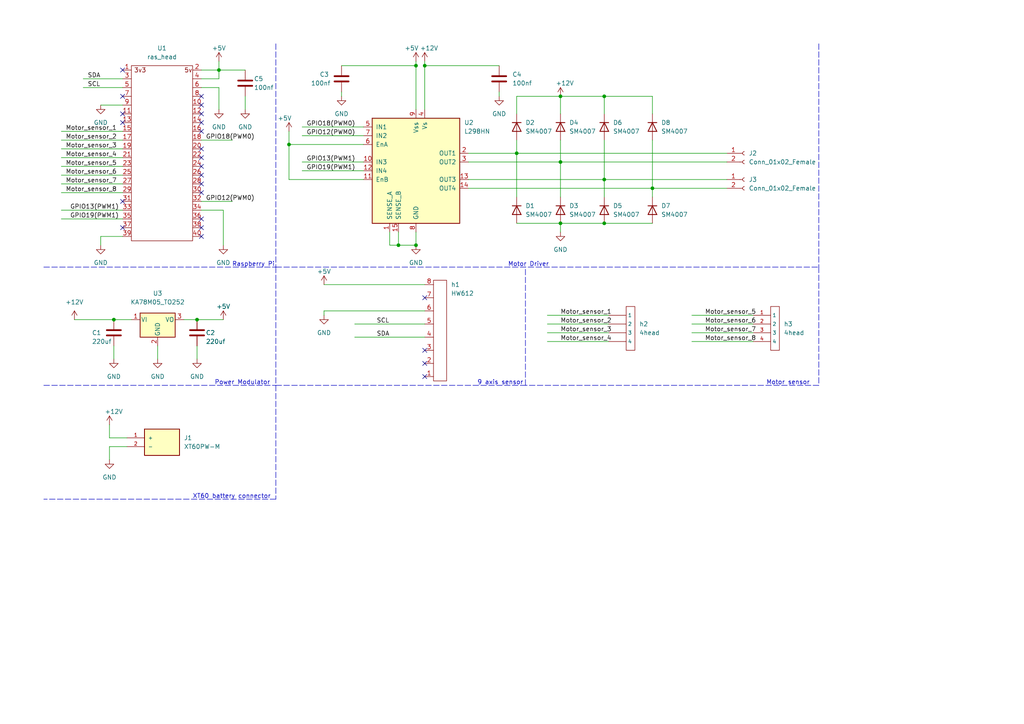
<source format=kicad_sch>
(kicad_sch (version 20211123) (generator eeschema)
  (paper "A4")
  (lib_symbols
    (symbol "4head_1"
      (property "Reference" "h3" (at 2.54 5.0801 0))
      (property "Value" "4head" (at 2.54 2.5401 0))
      (symbol "4head_1_0_0"
        (pin power_out line (at -6.35 7.62 0) (length 5.08) (name "1") (number "1"))
        (pin power_out line (at -6.35 5.08 0) (length 5.08) (name "2") (number "2"))
        (pin power_out line (at -6.35 2.54 0) (length 5.08) (name "3") (number "3"))
        (pin power_out line (at -6.35 0 0) (length 5.08) (name "4") (number "4"))
      )
      (symbol "4head_1_0_1"
        (rectangle (start -1.27 10.16) (end 1.27 -2.54))
      )
    )
    (symbol "Connector:Conn_01x02_Female" (pin_names (offset 1.016) hide)
      (property "Reference" "J" (at 0 2.54 0))
      (property "Value" "Conn_01x02_Female" (at 0 -5.08 0))
      (symbol "Conn_01x02_Female_1_1"
        (arc (start 0 -2.032) (mid -0.508 -2.54) (end 0 -3.048) (stroke (width 0.1524)))
        (polyline (pts (xy -1.27 -2.54) (xy -0.508 -2.54)) (stroke (width 0.1524)))
        (polyline (pts (xy -1.27 0) (xy -0.508 0)) (stroke (width 0.1524)))
        (arc (start 0 0.508) (mid -0.508 0) (end 0 -0.508) (stroke (width 0.1524)))
        (pin passive line (at -5.08 0 0) (length 3.81) (name "Pin_1") (number "1"))
        (pin passive line (at -5.08 -2.54 0) (length 3.81) (name "Pin_2") (number "2"))
      )
    )
    (symbol "Device:C" (pin_numbers hide) (pin_names (offset 0.254))
      (property "Reference" "C" (at 0.635 2.54 0))
      (property "Value" "C" (at 0.635 -2.54 0))
      (symbol "C_0_1"
        (polyline (pts (xy -2.032 -0.762) (xy 2.032 -0.762)) (stroke (width 0.508)))
        (polyline (pts (xy -2.032 0.762) (xy 2.032 0.762)) (stroke (width 0.508)))
      )
      (symbol "C_1_1"
        (pin passive line (at 0 3.81 270) (length 2.794) (name "~") (number "1"))
        (pin passive line (at 0 -3.81 90) (length 2.794) (name "~") (number "2"))
      )
    )
    (symbol "Diode:SM4007" (pin_numbers hide) (pin_names (offset 1.016) hide)
      (property "Reference" "D" (at 0 2.54 0))
      (property "Value" "SM4007" (at 0 -2.54 0))
      (symbol "SM4007_0_1"
        (polyline (pts (xy -1.27 1.27) (xy -1.27 -1.27)) (stroke (width 0.254)))
        (polyline (pts (xy 1.27 0) (xy -1.27 0)))
        (polyline (pts (xy 1.27 1.27) (xy 1.27 -1.27) (xy -1.27 0) (xy 1.27 1.27)) (stroke (width 0.254)))
      )
      (symbol "SM4007_1_1"
        (pin passive line (at -3.81 0 0) (length 2.54) (name "K") (number "1"))
        (pin passive line (at 3.81 0 180) (length 2.54) (name "A") (number "2"))
      )
    )
    (symbol "Driver_Motor:L298HN" (pin_names (offset 1.016))
      (property "Reference" "U" (at -10.16 16.51 0))
      (property "Value" "L298HN" (at 12.7 16.51 0))
      (symbol "L298HN_0_1"
        (rectangle (start -12.7 15.24) (end 12.7 -15.24) (stroke (width 0.254)) (fill (type background)))
      )
      (symbol "L298HN_1_1"
        (pin power_in line (at -7.62 -17.78 90) (length 2.54) (name "SENSE_A") (number "1"))
        (pin input line (at -15.24 2.54 0) (length 2.54) (name "IN3") (number "10"))
        (pin input line (at -15.24 -2.54 0) (length 2.54) (name "EnB") (number "11"))
        (pin input line (at -15.24 0 0) (length 2.54) (name "IN4") (number "12"))
        (pin output line (at 15.24 -2.54 180) (length 2.54) (name "OUT3") (number "13"))
        (pin output line (at 15.24 -5.08 180) (length 2.54) (name "OUT4") (number "14"))
        (pin power_in line (at -5.08 -17.78 90) (length 2.54) (name "SENSE_B") (number "15"))
        (pin output line (at 15.24 5.08 180) (length 2.54) (name "OUT1") (number "2"))
        (pin output line (at 15.24 2.54 180) (length 2.54) (name "OUT2") (number "3"))
        (pin power_in line (at 2.54 17.78 270) (length 2.54) (name "Vs") (number "4"))
        (pin input line (at -15.24 12.7 0) (length 2.54) (name "IN1") (number "5"))
        (pin input line (at -15.24 7.62 0) (length 2.54) (name "EnA") (number "6"))
        (pin input line (at -15.24 10.16 0) (length 2.54) (name "IN2") (number "7"))
        (pin power_in line (at 0 -17.78 90) (length 2.54) (name "GND") (number "8"))
        (pin power_in line (at 0 17.78 270) (length 2.54) (name "Vss") (number "9"))
      )
    )
    (symbol "Regulator_Linear:KA78M05_TO252" (pin_names (offset 0.254))
      (property "Reference" "U" (at -3.81 3.175 0))
      (property "Value" "KA78M05_TO252" (at 0 3.175 0))
      (symbol "KA78M05_TO252_0_1"
        (rectangle (start -5.08 1.905) (end 5.08 -5.08) (stroke (width 0.254)) (fill (type background)))
      )
      (symbol "KA78M05_TO252_1_1"
        (pin power_in line (at -7.62 0 0) (length 2.54) (name "VI") (number "1"))
        (pin power_in line (at 0 -7.62 90) (length 2.54) (name "GND") (number "2"))
        (pin power_out line (at 7.62 0 180) (length 2.54) (name "VO") (number "3"))
      )
    )
    (symbol "XT60PW-M:XT60PW-M" (pin_names (offset 1.016))
      (property "Reference" "J1" (at 6.35 2.5401 0))
      (property "Value" "XT60PW-M" (at 6.35 0.0001 0))
      (symbol "XT60PW-M_0_0"
        (rectangle (start -5.08 -2.54) (end 5.08 5.08) (stroke (width 0.254)) (fill (type background)))
        (pin power_out line (at -10.16 2.54 0) (length 5.08) (name "+") (number "1"))
        (pin power_out line (at -10.16 0 0) (length 5.08) (name "-") (number "2"))
      )
    )
    (symbol "car:4head"
      (property "Reference" "U" (at 2.54 -3.81 0))
      (property "Value" "4head" (at -1.27 -3.81 0))
      (symbol "4head_0_0"
        (pin power_out line (at -6.35 7.62 0) (length 5.08) (name "1") (number ""))
        (pin power_out line (at -6.35 5.08 0) (length 5.08) (name "2") (number ""))
        (pin power_out line (at -6.35 2.54 0) (length 5.08) (name "3") (number ""))
        (pin power_out line (at -6.35 0 0) (length 5.08) (name "4") (number ""))
      )
      (symbol "4head_0_1"
        (rectangle (start -1.27 10.16) (end 1.27 -2.54))
      )
    )
    (symbol "car:car_head_10"
      (property "Reference" "h" (at 1.27 -7.62 0))
      (property "Value" "car_head_10" (at 8.89 -7.62 0))
      (symbol "car_head_10_0_1"
        (rectangle (start 3.81 22.86) (end 7.62 -6.35))
      )
      (symbol "car_head_10_1_1"
        (pin input line (at 1.27 -5.08 0) (length 2.54) (name "") (number "1"))
        (pin input line (at 1.27 -1.27 0) (length 2.54) (name "") (number "2"))
        (pin input line (at 1.27 2.54 0) (length 2.54) (name "") (number "3"))
        (pin input line (at 1.27 6.35 0) (length 2.54) (name "") (number "4"))
        (pin input line (at 1.27 10.16 0) (length 2.54) (name "") (number "5"))
        (pin input line (at 1.27 13.97 0) (length 2.54) (name "") (number "6"))
        (pin input line (at 1.27 17.78 0) (length 2.54) (name "") (number "7"))
        (pin input line (at 1.27 21.59 0) (length 2.54) (name "") (number "8"))
      )
    )
    (symbol "car:ras_head"
      (property "Reference" "U" (at 0 -25.4 0))
      (property "Value" "ras_head" (at 0 0 90))
      (symbol "ras_head_0_0"
        (text "" (at -11.43 0 0) (effects (font (size 1.27 1.27))))
        (text "" (at -11.43 25.4 0) (effects (font (size 1.27 1.27))))
        (text "" (at 13.97 0 0) (effects (font (size 1.27 1.27))))
        (text "" (at 13.97 25.4 0) (effects (font (size 1.27 1.27))))
        (text "3v3" (at -5.08 25.4 0) (effects (font (size 1.27 1.27))))
        (text "5v" (at 8.89 25.4 0) (effects (font (size 1.27 1.27))))
      )
      (symbol "ras_head_0_1"
        (rectangle (start -7.62 26.67) (end 10.16 -24.13))
      )
      (symbol "ras_head_1_1"
        (pin bidirectional line (at -10.16 25.4 0) (length 2.54) (name "") (number "1"))
        (pin bidirectional line (at 12.7 15.24 180) (length 2.54) (name "") (number "10"))
        (pin bidirectional line (at -10.16 12.7 0) (length 2.54) (name "") (number "11"))
        (pin bidirectional line (at 12.7 12.7 180) (length 2.54) (name "") (number "12"))
        (pin bidirectional line (at -10.16 10.16 0) (length 2.54) (name "") (number "13"))
        (pin bidirectional line (at 12.7 10.16 180) (length 2.54) (name "") (number "14"))
        (pin bidirectional line (at -10.16 7.62 0) (length 2.54) (name "") (number "15"))
        (pin bidirectional line (at 12.7 7.62 180) (length 2.54) (name "") (number "16"))
        (pin bidirectional line (at -10.16 5.08 0) (length 2.54) (name "") (number "17"))
        (pin bidirectional line (at 12.7 5.08 180) (length 2.54) (name "") (number "18"))
        (pin bidirectional line (at -10.16 2.54 0) (length 2.54) (name "") (number "19"))
        (pin bidirectional line (at 12.7 25.4 180) (length 2.54) (name "") (number "2"))
        (pin bidirectional line (at 12.7 2.54 180) (length 2.54) (name "") (number "20"))
        (pin bidirectional line (at -10.16 0 0) (length 2.54) (name "") (number "21"))
        (pin bidirectional line (at 12.7 0 180) (length 2.54) (name "") (number "22"))
        (pin bidirectional line (at -10.16 -2.54 0) (length 2.54) (name "") (number "23"))
        (pin bidirectional line (at 12.7 -2.54 180) (length 2.54) (name "") (number "24"))
        (pin bidirectional line (at -10.16 -5.08 0) (length 2.54) (name "") (number "25"))
        (pin bidirectional line (at 12.7 -5.08 180) (length 2.54) (name "") (number "26"))
        (pin bidirectional line (at -10.16 -7.62 0) (length 2.54) (name "") (number "27"))
        (pin bidirectional line (at 12.7 -7.62 180) (length 2.54) (name "") (number "28"))
        (pin bidirectional line (at -10.16 -10.16 0) (length 2.54) (name "") (number "29"))
        (pin bidirectional line (at -10.16 22.86 0) (length 2.54) (name "") (number "3"))
        (pin bidirectional line (at 12.7 -10.16 180) (length 2.54) (name "") (number "30"))
        (pin bidirectional line (at -10.16 -12.7 0) (length 2.54) (name "") (number "31"))
        (pin bidirectional line (at 12.7 -12.7 180) (length 2.54) (name "") (number "32"))
        (pin bidirectional line (at -10.16 -15.24 0) (length 2.54) (name "") (number "33"))
        (pin bidirectional line (at 12.7 -15.24 180) (length 2.54) (name "") (number "34"))
        (pin bidirectional line (at -10.16 -17.78 0) (length 2.54) (name "") (number "35"))
        (pin bidirectional line (at 12.7 -17.78 180) (length 2.54) (name "") (number "36"))
        (pin bidirectional line (at -10.16 -20.32 0) (length 2.54) (name "") (number "37"))
        (pin bidirectional line (at 12.7 -20.32 180) (length 2.54) (name "") (number "38"))
        (pin bidirectional line (at -10.16 -22.86 0) (length 2.54) (name "") (number "39"))
        (pin bidirectional line (at 12.7 22.86 180) (length 2.54) (name "") (number "4"))
        (pin bidirectional line (at 12.7 -22.86 180) (length 2.54) (name "") (number "40"))
        (pin bidirectional line (at -10.16 20.32 0) (length 2.54) (name "") (number "5"))
        (pin bidirectional line (at 12.7 20.32 180) (length 2.54) (name "") (number "6"))
        (pin bidirectional line (at -10.16 17.78 0) (length 2.54) (name "") (number "7"))
        (pin bidirectional line (at 12.7 17.78 180) (length 2.54) (name "") (number "8"))
        (pin bidirectional line (at -10.16 15.24 0) (length 2.54) (name "") (number "9"))
      )
    )
    (symbol "power:+12V" (power) (pin_names (offset 0))
      (property "Value" "+12V" (at 0 3.556 0))
      (symbol "+12V_0_1"
        (polyline (pts (xy -0.762 1.27) (xy 0 2.54)))
        (polyline (pts (xy 0 0) (xy 0 2.54)))
        (polyline (pts (xy 0 2.54) (xy 0.762 1.27)))
      )
      (symbol "+12V_1_1"
        (pin power_in line (at 0 0 90) (length 0) hide (name "+12V") (number "1"))
      )
    )
    (symbol "power:+5V" (power) (pin_names (offset 0))
      (property "Value" "+5V" (at 0 3.556 0))
      (symbol "+5V_0_1"
        (polyline (pts (xy -0.762 1.27) (xy 0 2.54)))
        (polyline (pts (xy 0 0) (xy 0 2.54)))
        (polyline (pts (xy 0 2.54) (xy 0.762 1.27)))
      )
      (symbol "+5V_1_1"
        (pin power_in line (at 0 0 90) (length 0) hide (name "+5V") (number "1"))
      )
    )
    (symbol "power:GND" (power) (pin_names (offset 0))
      (property "Value" "GND" (at 0 -3.81 0))
      (symbol "GND_0_1"
        (polyline (pts (xy 0 0) (xy 0 -1.27) (xy 1.27 -1.27) (xy 0 -2.54) (xy -1.27 -1.27) (xy 0 -1.27)))
      )
      (symbol "GND_1_1"
        (pin power_in line (at 0 0 270) (length 0) hide (name "GND") (number "1"))
      )
    )
  )
  (junction (at 149.86 44.45))
  (junction (at 115.57 71.12))
  (junction (at 123.19 19.05))
  (junction (at 57.15 92.71))
  (junction (at 83.82 41.91))
  (junction (at 189.23 54.61))
  (junction (at 162.56 46.99))
  (junction (at 120.65 71.12))
  (junction (at 162.56 27.94))
  (junction (at 162.56 64.77))
  (junction (at 33.02 92.71))
  (junction (at 120.65 19.05))
  (junction (at 175.26 64.77))
  (junction (at 175.26 27.94))
  (junction (at 63.5 20.32))
  (junction (at 175.26 52.07))
  (no_connect (at 35.56 35.56))
  (no_connect (at 58.42 50.8))
  (no_connect (at 58.42 43.18))
  (no_connect (at 58.42 45.72))
  (no_connect (at 58.42 53.34))
  (no_connect (at 58.42 63.5))
  (no_connect (at 35.56 33.02))
  (no_connect (at 58.42 55.88))
  (no_connect (at 58.42 66.04))
  (no_connect (at 58.42 68.58))
  (no_connect (at 35.56 27.94))
  (no_connect (at 35.56 20.32))
  (no_connect (at 58.42 27.94))
  (no_connect (at 58.42 30.48))
  (no_connect (at 58.42 33.02))
  (no_connect (at 58.42 35.56))
  (no_connect (at 35.56 58.42))
  (no_connect (at 35.56 66.04))
  (no_connect (at 123.19 86.36))
  (no_connect (at 123.19 105.41))
  (no_connect (at 123.19 109.22))
  (no_connect (at 123.19 101.6))
  (no_connect (at 58.42 38.1))
  (no_connect (at 58.42 48.26))
  (wire (pts (xy 144.78 26.67) (xy 144.78 27.94)))
  (wire (pts (xy 162.56 33.02) (xy 162.56 27.94)))
  (wire (pts (xy 64.77 60.96) (xy 58.42 60.96)))
  (wire (pts (xy 58.42 58.42) (xy 67.31 58.42)))
  (wire (pts (xy 45.72 104.14) (xy 45.72 100.33)))
  (wire (pts (xy 29.21 30.48) (xy 35.56 30.48)))
  (wire (pts (xy 162.56 64.77) (xy 162.56 67.31)))
  (wire (pts (xy 115.57 71.12) (xy 120.65 71.12)))
  (wire (pts (xy 189.23 40.64) (xy 189.23 54.61)))
  (wire (pts (xy 99.06 26.67) (xy 99.06 27.94)))
  (wire (pts (xy 87.63 46.99) (xy 105.41 46.99)))
  (wire (pts (xy 24.13 22.86) (xy 35.56 22.86)))
  (wire (pts (xy 149.86 44.45) (xy 210.82 44.45)))
  (polyline (pts (xy 12.7 111.76) (xy 80.01 111.76)))
  (wire (pts (xy 87.63 36.83) (xy 105.41 36.83)))
  (wire (pts (xy 200.66 99.06) (xy 218.44 99.06)))
  (wire (pts (xy 200.66 93.98) (xy 218.44 93.98)))
  (wire (pts (xy 17.78 43.18) (xy 35.56 43.18)))
  (polyline (pts (xy 80.01 77.47) (xy 80.01 111.76)))
  (wire (pts (xy 83.82 41.91) (xy 83.82 38.1)))
  (wire (pts (xy 175.26 52.07) (xy 210.82 52.07)))
  (wire (pts (xy 31.75 127) (xy 31.75 123.19)))
  (wire (pts (xy 21.59 92.71) (xy 33.02 92.71)))
  (wire (pts (xy 149.86 57.15) (xy 149.86 44.45)))
  (wire (pts (xy 71.12 20.32) (xy 63.5 20.32)))
  (wire (pts (xy 93.98 90.17) (xy 93.98 91.44)))
  (wire (pts (xy 149.86 27.94) (xy 162.56 27.94)))
  (wire (pts (xy 63.5 17.78) (xy 63.5 20.32)))
  (wire (pts (xy 33.02 104.14) (xy 33.02 100.33)))
  (wire (pts (xy 17.78 40.64) (xy 35.56 40.64)))
  (wire (pts (xy 29.21 71.12) (xy 29.21 68.58)))
  (wire (pts (xy 17.78 38.1) (xy 35.56 38.1)))
  (wire (pts (xy 149.86 44.45) (xy 135.89 44.45)))
  (polyline (pts (xy 237.49 77.47) (xy 237.49 111.76)))
  (wire (pts (xy 17.78 55.88) (xy 35.56 55.88)))
  (wire (pts (xy 17.78 48.26) (xy 35.56 48.26)))
  (wire (pts (xy 149.86 33.02) (xy 149.86 27.94)))
  (wire (pts (xy 71.12 27.94) (xy 71.12 31.75)))
  (polyline (pts (xy 80.01 77.47) (xy 237.49 77.47)))
  (wire (pts (xy 57.15 92.71) (xy 64.77 92.71)))
  (wire (pts (xy 24.13 25.4) (xy 35.56 25.4)))
  (wire (pts (xy 33.02 92.71) (xy 38.1 92.71)))
  (wire (pts (xy 189.23 57.15) (xy 189.23 54.61)))
  (wire (pts (xy 113.03 71.12) (xy 115.57 71.12)))
  (wire (pts (xy 102.87 93.98) (xy 123.19 93.98)))
  (wire (pts (xy 58.42 22.86) (xy 63.5 22.86)))
  (wire (pts (xy 162.56 46.99) (xy 210.82 46.99)))
  (wire (pts (xy 189.23 33.02) (xy 189.23 27.94)))
  (wire (pts (xy 83.82 52.07) (xy 105.41 52.07)))
  (wire (pts (xy 149.86 40.64) (xy 149.86 44.45)))
  (wire (pts (xy 158.75 93.98) (xy 176.53 93.98)))
  (wire (pts (xy 120.65 71.12) (xy 120.65 67.31)))
  (polyline (pts (xy 80.01 12.7) (xy 80.01 77.47)))
  (wire (pts (xy 63.5 25.4) (xy 63.5 31.75)))
  (wire (pts (xy 120.65 17.78) (xy 120.65 19.05)))
  (wire (pts (xy 158.75 96.52) (xy 176.53 96.52)))
  (wire (pts (xy 123.19 90.17) (xy 93.98 90.17)))
  (wire (pts (xy 162.56 46.99) (xy 135.89 46.99)))
  (wire (pts (xy 31.75 129.54) (xy 31.75 133.35)))
  (wire (pts (xy 123.19 17.78) (xy 123.19 19.05)))
  (wire (pts (xy 200.66 91.44) (xy 218.44 91.44)))
  (polyline (pts (xy 237.49 111.76) (xy 152.4 111.76)))
  (wire (pts (xy 102.87 97.79) (xy 123.19 97.79)))
  (wire (pts (xy 175.26 33.02) (xy 175.26 27.94)))
  (wire (pts (xy 93.98 82.55) (xy 123.19 82.55)))
  (wire (pts (xy 175.26 64.77) (xy 162.56 64.77)))
  (wire (pts (xy 162.56 40.64) (xy 162.56 46.99)))
  (wire (pts (xy 63.5 22.86) (xy 63.5 20.32)))
  (wire (pts (xy 57.15 104.14) (xy 57.15 100.33)))
  (wire (pts (xy 158.75 99.06) (xy 176.53 99.06)))
  (wire (pts (xy 83.82 52.07) (xy 83.82 41.91)))
  (wire (pts (xy 58.42 25.4) (xy 63.5 25.4)))
  (wire (pts (xy 58.42 20.32) (xy 63.5 20.32)))
  (wire (pts (xy 115.57 67.31) (xy 115.57 71.12)))
  (polyline (pts (xy 80.01 111.76) (xy 80.01 144.78)))
  (wire (pts (xy 113.03 67.31) (xy 113.03 71.12)))
  (wire (pts (xy 175.26 27.94) (xy 162.56 27.94)))
  (wire (pts (xy 58.42 40.64) (xy 67.31 40.64)))
  (polyline (pts (xy 237.49 12.7) (xy 237.49 77.47)))
  (wire (pts (xy 175.26 64.77) (xy 189.23 64.77)))
  (wire (pts (xy 135.89 52.07) (xy 175.26 52.07)))
  (wire (pts (xy 162.56 57.15) (xy 162.56 46.99)))
  (wire (pts (xy 17.78 60.96) (xy 35.56 60.96)))
  (wire (pts (xy 87.63 39.37) (xy 105.41 39.37)))
  (wire (pts (xy 123.19 31.75) (xy 123.19 19.05)))
  (wire (pts (xy 36.83 127) (xy 31.75 127)))
  (wire (pts (xy 87.63 49.53) (xy 105.41 49.53)))
  (wire (pts (xy 17.78 45.72) (xy 35.56 45.72)))
  (polyline (pts (xy 12.7 77.47) (xy 80.01 77.47)))
  (wire (pts (xy 189.23 54.61) (xy 210.82 54.61)))
  (wire (pts (xy 99.06 19.05) (xy 120.65 19.05)))
  (wire (pts (xy 17.78 63.5) (xy 35.56 63.5)))
  (wire (pts (xy 189.23 27.94) (xy 175.26 27.94)))
  (wire (pts (xy 135.89 54.61) (xy 189.23 54.61)))
  (wire (pts (xy 120.65 19.05) (xy 120.65 31.75)))
  (polyline (pts (xy 80.01 111.76) (xy 152.4 111.76)))
  (wire (pts (xy 175.26 40.64) (xy 175.26 52.07)))
  (wire (pts (xy 36.83 129.54) (xy 31.75 129.54)))
  (wire (pts (xy 149.86 64.77) (xy 162.56 64.77)))
  (wire (pts (xy 83.82 41.91) (xy 105.41 41.91)))
  (polyline (pts (xy 80.01 144.78) (xy 12.7 144.78)))
  (wire (pts (xy 64.77 71.12) (xy 64.77 60.96)))
  (wire (pts (xy 17.78 50.8) (xy 35.56 50.8)))
  (wire (pts (xy 175.26 57.15) (xy 175.26 52.07)))
  (wire (pts (xy 158.75 91.44) (xy 176.53 91.44)))
  (wire (pts (xy 29.21 68.58) (xy 35.56 68.58)))
  (wire (pts (xy 200.66 96.52) (xy 218.44 96.52)))
  (wire (pts (xy 144.78 19.05) (xy 123.19 19.05)))
  (polyline (pts (xy 152.4 111.76) (xy 152.4 77.47)))
  (wire (pts (xy 17.78 53.34) (xy 35.56 53.34)))
  (wire (pts (xy 53.34 92.71) (xy 57.15 92.71)))
  (text "Motor Driver\n" (at 147.32 77.47 0) (effects (font (size 1.27 1.27)) (justify left bottom)))
  (text "Power Modulator\n" (at 62.23 111.76 0) (effects (font (size 1.27 1.27)) (justify left bottom)))
  (text "9 axis sensor" (at 138.43 111.76 0) (effects (font (size 1.27 1.27)) (justify left bottom)))
  (text "Raspberry Pi\n" (at 67.31 77.47 0) (effects (font (size 1.27 1.27)) (justify left bottom)))
  (text "XT60 battery connector" (at 55.88 144.78 0) (effects (font (size 1.27 1.27)) (justify left bottom)))
  (text "Motor sensor" (at 222.25 111.76 0) (effects (font (size 1.27 1.27)) (justify left bottom)))
  (label "Motor_sensor_6" (at 204.47 93.98 0))
  (label "Motor_sensor_2" (at 162.56 93.98 0))
  (label "GPIO18(PWM0)" (at 88.9 36.83 0))
  (label "Motor_sensor_8" (at 19.05 55.88 0))
  (label "Motor_sensor_6" (at 19.05 50.8 0))
  (label "Motor_sensor_8" (at 204.47 99.06 0))
  (label "Motor_sensor_7" (at 19.05 53.34 0))
  (label "Motor_sensor_5" (at 19.05 48.26 0))
  (label "Motor_sensor_7" (at 204.47 96.52 0))
  (label "SDA" (at 109.22 97.79 0))
  (label "Motor_sensor_5" (at 204.47 91.44 0))
  (label "Motor_sensor_4" (at 162.56 99.06 0))
  (label "Motor_sensor_3" (at 19.05 43.18 0))
  (label "Motor_sensor_2" (at 19.05 40.64 0))
  (label "GPIO18(PWM0)" (at 59.69 40.64 0))
  (label "GPIO19(PWM1)" (at 88.9 49.53 0))
  (label "Motor_sensor_3" (at 162.56 96.52 0))
  (label "GPIO19(PWM1)" (at 20.32 63.5 0))
  (label "GPIO13(PWM1)" (at 20.32 60.96 0))
  (label "GPIO12(PWM0)" (at 59.69 58.42 0))
  (label "Motor_sensor_1" (at 162.56 91.44 0))
  (label "Motor_sensor_4" (at 19.05 45.72 0))
  (label "GPIO12(PWM0)" (at 88.9 39.37 0))
  (label "SDA" (at 25.4 22.86 0))
  (label "SCL" (at 109.22 93.98 0))
  (label "GPIO13(PWM1)" (at 88.9 46.99 0))
  (label "Motor_sensor_1" (at 19.05 38.1 0))
  (label "SCL" (at 25.4 25.4 0))
  (symbol (lib_id "Driver_Motor:L298HN") (at 120.65 49.53 0) (unit 1)
    (property "Reference" "U2" (at 134.62 35.56 0) (effects (justify left)))
    (property "Value" "L298HN" (at 134.62 38.1 0) (effects (justify left)))
    (property "Footprint" "Package_TO_SOT_THT:TO-220-15_P2.54x2.54mm_StaggerOdd_Lead4.58mm_Vertical" (effects hide))
    (property "Datasheet" "http://www.st.com/st-web-ui/static/active/en/resource/technical/document/datasheet/CD00000240.pdf" (effects hide))
  )
  (symbol (lib_id "Diode:SM4007") (at 175.26 60.96 270) (unit 1)
    (property "Reference" "D5" (at 177.8 59.6899 90) (effects (justify left)))
    (property "Value" "SM4007" (at 177.8 62.2299 90) (effects (justify left)))
    (property "Footprint" "Diode_SMD:D_SMA" (effects hide))
    (property "Datasheet" "http://cdn-reichelt.de/documents/datenblatt/A400/SMD1N400%23DIO.pdf" (effects hide))
  )
  (symbol (lib_id "Diode:SM4007") (at 149.86 36.83 270) (unit 1)
    (property "Reference" "D2" (at 152.4 35.5599 90) (effects (justify left)))
    (property "Value" "SM4007" (at 152.4 38.0999 90) (effects (justify left)))
    (property "Footprint" "Diode_SMD:D_SMA" (effects hide))
    (property "Datasheet" "http://cdn-reichelt.de/documents/datenblatt/A400/SMD1N400%23DIO.pdf" (effects hide))
  )
  (symbol (lib_id "car:4head") (at 182.88 99.06 0) (unit 1)
    (property "Reference" "h2" (at 185.42 93.9799 0) (effects (justify left)))
    (property "Value" "4head" (at 185.42 96.5199 0) (effects (justify left)))
    (property "Footprint" "car:4head" (effects hide))
  )
  (symbol (lib_id "power:+5V") (at 64.77 92.71 0) (unit 1)
    (property "Reference" "#PWR0113" (effects hide))
    (property "Value" "+5V" (at 64.77 88.9 0))
  )
  (symbol (lib_id "Diode:SM4007") (at 149.86 60.96 270) (unit 1)
    (property "Reference" "D1" (at 152.4 59.6899 90) (effects (justify left)))
    (property "Value" "SM4007" (at 152.4 62.2299 90) (effects (justify left)))
    (property "Footprint" "Diode_SMD:D_SMA" (effects hide))
    (property "Datasheet" "http://cdn-reichelt.de/documents/datenblatt/A400/SMD1N400%23DIO.pdf" (effects hide))
  )
  (symbol (lib_id "power:GND") (at 64.77 71.12 0) (unit 1)
    (property "Reference" "#PWR0122" (effects hide))
    (property "Value" "GND" (at 64.77 76.2 0))
  )
  (symbol (lib_id "power:+5V") (at 120.65 17.78 0) (unit 1)
    (property "Reference" "#PWR0117" (effects hide))
    (property "Value" "+5V" (at 119.38 13.97 0))
  )
  (symbol (lib_id "Diode:SM4007") (at 175.26 36.83 270) (unit 1)
    (property "Reference" "D6" (at 177.8 35.5599 90) (effects (justify left)))
    (property "Value" "SM4007" (at 177.8 38.0999 90) (effects (justify left)))
    (property "Footprint" "Diode_SMD:D_SMA" (effects hide))
    (property "Datasheet" "http://cdn-reichelt.de/documents/datenblatt/A400/SMD1N400%23DIO.pdf" (effects hide))
  )
  (symbol (lib_id "Device:C") (at 99.06 22.86 0) (unit 1)
    (property "Reference" "C3" (at 92.71 21.59 0) (effects (justify left)))
    (property "Value" "100nf" (at 90.17 24.13 0) (effects (justify left)))
    (property "Footprint" "Capacitor_SMD:C_0805_2012Metric" (effects hide))
  )
  (symbol (lib_id "Device:C") (at 33.02 96.52 0) (unit 1)
    (property "Reference" "C1" (at 26.67 96.52 0) (effects (justify left)))
    (property "Value" "220uf" (at 26.67 99.06 0) (effects (justify left)))
    (property "Footprint" "Capacitor_THT:CP_Radial_D8.0mm_P3.80mm" (effects hide))
  )
  (symbol (lib_id "XT60PW-M:XT60PW-M") (at 46.99 129.54 0) (unit 1)
    (property "Reference" "J1" (at 53.34 126.9999 0) (effects (justify left)))
    (property "Value" "XT60PW-M" (at 53.34 129.5399 0) (effects (justify left)))
    (property "Footprint" "Connector_AMASS:AMASS_XT60-M_1x02_P7.20mm_Vertical" (effects hide))
    (property "MAXIMUM_PACKAGE_HEIGHT" "8.4 mm" (effects hide))
    (property "STANDARD" "Manufacturer recommendations" (effects hide))
    (property "PARTREV" "V1.2" (effects hide))
    (property "MANUFACTURER" "AMASS" (effects hide))
  )
  (symbol (lib_id "car:car_head_10") (at 121.92 104.14 0) (unit 1)
    (property "Reference" "h1" (at 130.81 82.55 0) (effects (justify left)))
    (property "Value" "HW612" (at 130.81 85.09 0) (effects (justify left)))
    (property "Footprint" "car:car_head" (effects hide))
  )
  (symbol (lib_id "Regulator_Linear:KA78M05_TO252") (at 45.72 92.71 0) (unit 1)
    (property "Reference" "U3" (at 45.72 85.09 0))
    (property "Value" "KA78M05_TO252" (at 45.72 87.63 0))
    (property "Footprint" "Package_TO_SOT_SMD:TO-252-2" (effects hide))
    (property "Datasheet" "https://www.onsemi.com/pub/Collateral/MC78M00-D.PDF" (effects hide))
  )
  (symbol (lib_id "power:GND") (at 33.02 104.14 0) (unit 1)
    (property "Reference" "#PWR0111" (effects hide))
    (property "Value" "GND" (at 33.02 109.22 0))
  )
  (symbol (lib_id "power:+12V") (at 123.19 17.78 0) (unit 1)
    (property "Reference" "#PWR0107" (effects hide))
    (property "Value" "+12V" (at 124.46 13.97 0))
  )
  (symbol (lib_id "power:GND") (at 57.15 104.14 0) (unit 1)
    (property "Reference" "#PWR0110" (effects hide))
    (property "Value" "GND" (at 57.15 109.22 0))
  )
  (symbol (lib_id "Device:C") (at 71.12 24.13 0) (unit 1)
    (property "Reference" "C5" (at 73.66 22.86 0) (effects (justify left)))
    (property "Value" "100nf" (at 73.66 25.4 0) (effects (justify left)))
    (property "Footprint" "Capacitor_SMD:C_0805_2012Metric" (effects hide))
  )
  (symbol (lib_id "Diode:SM4007") (at 189.23 60.96 270) (unit 1)
    (property "Reference" "D7" (at 191.77 59.6899 90) (effects (justify left)))
    (property "Value" "SM4007" (at 191.77 62.2299 90) (effects (justify left)))
    (property "Footprint" "Diode_SMD:D_SMA" (effects hide))
    (property "Datasheet" "http://cdn-reichelt.de/documents/datenblatt/A400/SMD1N400%23DIO.pdf" (effects hide))
  )
  (symbol (lib_id "power:GND") (at 120.65 71.12 0) (unit 1)
    (property "Reference" "#PWR0102" (effects hide))
    (property "Value" "GND" (at 120.65 76.2 0))
  )
  (symbol (lib_id "Device:C") (at 57.15 96.52 0) (unit 1)
    (property "Reference" "C2" (at 59.69 96.52 0) (effects (justify left)))
    (property "Value" "220uf" (at 59.69 99.06 0) (effects (justify left)))
    (property "Footprint" "Capacitor_THT:CP_Radial_D8.0mm_P3.80mm" (effects hide))
  )
  (symbol (lib_id "car:ras_head") (at 45.72 45.72 0) (unit 1)
    (property "Reference" "U1" (at 46.99 13.97 0))
    (property "Value" "ras_head" (at 46.99 16.51 0))
    (property "Footprint" "car:ras_head" (effects hide))
  )
  (symbol (lib_id "power:GND") (at 99.06 27.94 0) (unit 1)
    (property "Reference" "#PWR0118" (effects hide))
    (property "Value" "GND" (at 99.06 33.02 0))
  )
  (symbol (lib_id "power:GND") (at 93.98 91.44 0) (unit 1)
    (property "Reference" "#PWR0115" (effects hide))
    (property "Value" "GND" (at 93.98 96.52 0))
  )
  (symbol (lib_id "Diode:SM4007") (at 162.56 36.83 270) (unit 1)
    (property "Reference" "D4" (at 165.1 35.5599 90) (effects (justify left)))
    (property "Value" "SM4007" (at 165.1 38.0999 90) (effects (justify left)))
    (property "Footprint" "Diode_SMD:D_SMA" (effects hide))
    (property "Datasheet" "http://cdn-reichelt.de/documents/datenblatt/A400/SMD1N400%23DIO.pdf" (effects hide))
  )
  (symbol (lib_id "power:GND") (at 144.78 27.94 0) (unit 1)
    (property "Reference" "#PWR0116" (effects hide))
    (property "Value" "GND" (at 144.78 33.02 0))
  )
  (symbol (lib_id "power:GND") (at 31.75 133.35 0) (unit 1)
    (property "Reference" "#PWR0120" (effects hide))
    (property "Value" "GND" (at 31.75 138.43 0))
  )
  (symbol (lib_id "power:GND") (at 45.72 104.14 0) (unit 1)
    (property "Reference" "#PWR0112" (effects hide))
    (property "Value" "GND" (at 45.72 109.22 0))
  )
  (symbol (lib_id "power:+12V") (at 162.56 27.94 0) (unit 1)
    (property "Reference" "#PWR0106" (effects hide))
    (property "Value" "+12V" (at 163.83 24.13 0))
  )
  (symbol (lib_id "power:GND") (at 29.21 71.12 0) (unit 1)
    (property "Reference" "#PWR0101" (effects hide))
    (property "Value" "GND" (at 29.21 76.2 0))
  )
  (symbol (lib_id "Connector:Conn_01x02_Female") (at 215.9 44.45 0) (unit 1)
    (property "Reference" "J2" (at 217.17 44.4499 0) (effects (justify left)))
    (property "Value" "Conn_01x02_Female" (at 217.17 46.9899 0) (effects (justify left)))
    (property "Footprint" "car:2_head_connector" (effects hide))
  )
  (symbol (lib_id "power:GND") (at 71.12 31.75 0) (unit 1)
    (property "Reference" "#PWR0108" (effects hide))
    (property "Value" "GND" (at 71.12 36.83 0))
  )
  (symbol (lib_id "power:GND") (at 29.21 30.48 0) (unit 1)
    (property "Reference" "#PWR0103" (effects hide))
    (property "Value" "GND" (at 29.21 35.56 0))
  )
  (symbol (lib_id "Diode:SM4007") (at 189.23 36.83 270) (unit 1)
    (property "Reference" "D8" (at 191.77 35.5599 90) (effects (justify left)))
    (property "Value" "SM4007" (at 191.77 38.0999 90) (effects (justify left)))
    (property "Footprint" "Diode_SMD:D_SMA" (effects hide))
    (property "Datasheet" "http://cdn-reichelt.de/documents/datenblatt/A400/SMD1N400%23DIO.pdf" (effects hide))
  )
  (symbol (lib_id "Diode:SM4007") (at 162.56 60.96 270) (unit 1)
    (property "Reference" "D3" (at 165.1 59.6899 90) (effects (justify left)))
    (property "Value" "SM4007" (at 165.1 62.2299 90) (effects (justify left)))
    (property "Footprint" "Diode_SMD:D_SMA" (effects hide))
    (property "Datasheet" "http://cdn-reichelt.de/documents/datenblatt/A400/SMD1N400%23DIO.pdf" (effects hide))
  )
  (symbol (lib_id "power:GND") (at 63.5 31.75 0) (unit 1)
    (property "Reference" "#PWR0105" (effects hide))
    (property "Value" "GND" (at 63.5 36.83 0))
  )
  (symbol (lib_name "4head_1") (lib_id "car:4head") (at 224.79 99.06 0) (unit 1)
    (property "Reference" "h3" (at 227.33 93.9799 0) (effects (justify left)))
    (property "Value" "4head" (at 227.33 96.5199 0) (effects (justify left)))
    (property "Footprint" "car:4head" (effects hide))
  )
  (symbol (lib_id "power:+5V") (at 83.82 38.1 0) (unit 1)
    (property "Reference" "#PWR0123" (effects hide))
    (property "Value" "+5V" (at 82.55 34.29 0))
  )
  (symbol (lib_id "Device:C") (at 144.78 22.86 0) (unit 1)
    (property "Reference" "C4" (at 148.59 21.5899 0) (effects (justify left)))
    (property "Value" "100nf" (at 148.59 24.1299 0) (effects (justify left)))
    (property "Footprint" "Capacitor_SMD:C_0805_2012Metric" (effects hide))
  )
  (symbol (lib_id "power:+5V") (at 63.5 17.78 0) (unit 1)
    (property "Reference" "#PWR0104" (effects hide))
    (property "Value" "+5V" (at 63.5 13.97 0))
  )
  (symbol (lib_id "power:+5V") (at 93.98 82.55 0) (unit 1)
    (property "Reference" "#PWR0114" (effects hide))
    (property "Value" "+5V" (at 93.98 78.74 0))
  )
  (symbol (lib_id "power:+12V") (at 21.59 92.71 0) (unit 1)
    (property "Reference" "#PWR0109" (effects hide))
    (property "Value" "+12V" (at 21.59 87.63 0))
  )
  (symbol (lib_id "power:+12V") (at 31.75 123.19 0) (unit 1)
    (property "Reference" "#PWR0119" (effects hide))
    (property "Value" "+12V" (at 33.02 119.38 0))
  )
  (symbol (lib_id "Connector:Conn_01x02_Female") (at 215.9 52.07 0) (unit 1)
    (property "Reference" "J3" (at 217.17 52.0699 0) (effects (justify left)))
    (property "Value" "Conn_01x02_Female" (at 217.17 54.6099 0) (effects (justify left)))
    (property "Footprint" "car:2_head_connector" (effects hide))
  )
  (symbol (lib_id "power:GND") (at 162.56 67.31 0) (unit 1)
    (property "Reference" "#PWR0121" (effects hide))
    (property "Value" "GND" (at 162.56 72.39 0))
  )
)
</source>
